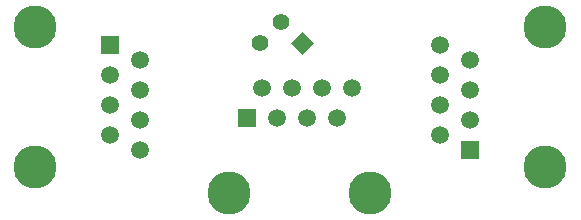
<source format=gbs>
G04 (created by PCBNEW (2013-07-07 BZR 4022)-stable) date 13/04/2014 11:11:03 PM*
%MOIN*%
G04 Gerber Fmt 3.4, Leading zero omitted, Abs format*
%FSLAX34Y34*%
G01*
G70*
G90*
G04 APERTURE LIST*
%ADD10C,0.00590551*%
%ADD11C,0.055*%
%ADD12C,0.1437*%
%ADD13R,0.0591X0.0591*%
%ADD14C,0.0591*%
G04 APERTURE END LIST*
G54D10*
G36*
X45918Y-52600D02*
X46307Y-52211D01*
X46696Y-52600D01*
X46307Y-52988D01*
X45918Y-52600D01*
X45918Y-52600D01*
G37*
G54D11*
X45600Y-51892D03*
X44892Y-52600D03*
G54D12*
X37400Y-56738D03*
X37400Y-52065D03*
G54D13*
X39900Y-52650D03*
G54D14*
X40900Y-53150D03*
X39900Y-53650D03*
X40900Y-54150D03*
X39900Y-54650D03*
X40900Y-55150D03*
X39900Y-55650D03*
X40900Y-56150D03*
G54D12*
X48538Y-57600D03*
X43865Y-57600D03*
G54D13*
X44450Y-55100D03*
G54D14*
X44950Y-54100D03*
X45450Y-55100D03*
X45950Y-54100D03*
X46450Y-55100D03*
X46950Y-54100D03*
X47450Y-55100D03*
X47950Y-54100D03*
G54D12*
X54400Y-52062D03*
X54400Y-56735D03*
G54D13*
X51900Y-56150D03*
G54D14*
X50900Y-55650D03*
X51900Y-55150D03*
X50900Y-54650D03*
X51900Y-54150D03*
X50900Y-53650D03*
X51900Y-53150D03*
X50900Y-52650D03*
M02*

</source>
